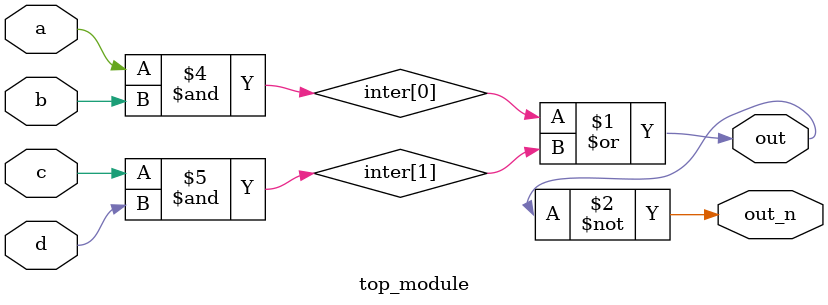
<source format=v>
module top_module(
    input a,
    input b,
    input c,
    input d,
    output out,
    output out_n   ); 
    
    wire inter [0:1];
    
    assign inter[0] = a & b;
    assign inter[1] = c & d;
    assign out = inter[0] | inter[1];
    assign out_n = ~out;
    

endmodule
</source>
